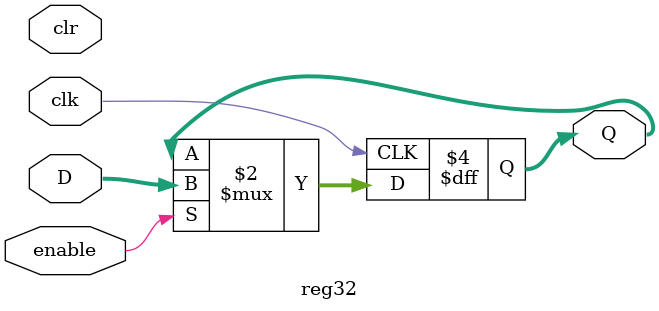
<source format=v>
module reg32(clr,clk,enable,D,Q);
	input [31:0] D;
	input clk;
	input clr;
	input enable;
	output reg [31:0] Q;
	always @(posedge clk) 
		begin
		if (enable)
			Q <= D;
		end
		
endmodule
</source>
